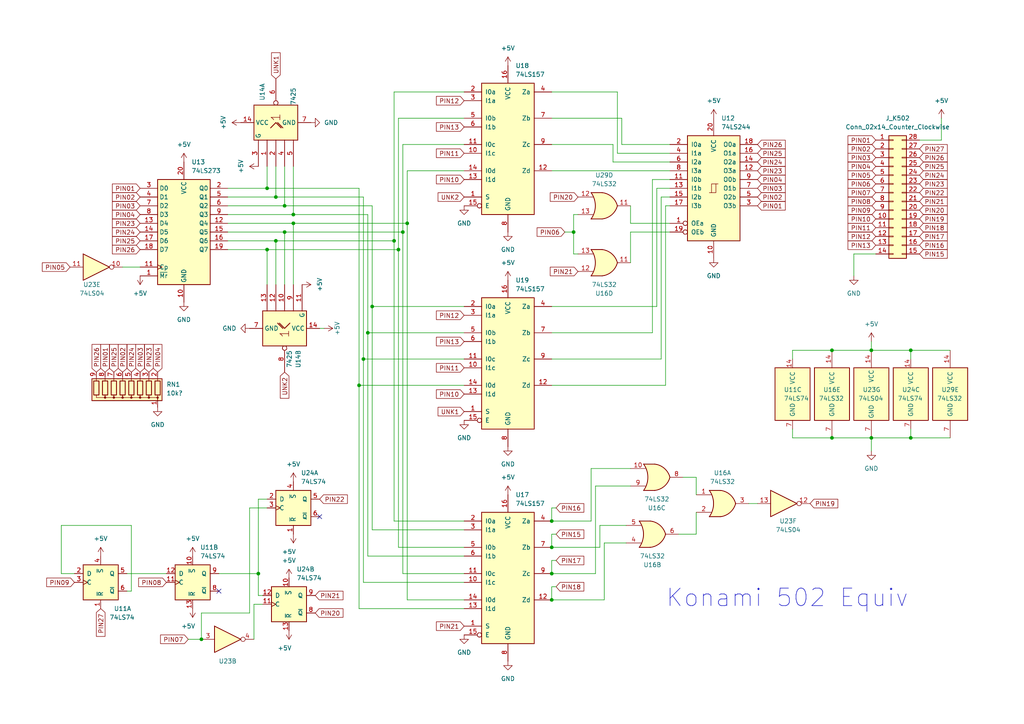
<source format=kicad_sch>
(kicad_sch (version 20230121) (generator eeschema)
  (paper "A4")
  (lib_symbols
    (symbol "74xx:74LS04"
      (property "Reference" "U" (at 0 1.27 0))
      (property "Value" "74LS04" (at 0 -1.27 0))
      (symbol "74LS04_1_0"
        (pin input line (at -7.62 0 0) (length 3.81) (name "~") (number "1"))
        (pin output inverted (at 7.62 0 180) (length 3.81) (name "~") (number "2"))
      )
      (symbol "74LS04_2_0"
        (pin input line (at -7.62 0 0) (length 3.81) (name "~") (number "3"))
        (pin output inverted (at 7.62 0 180) (length 3.81) (name "~") (number "4"))
      )
      (symbol "74LS04_3_0"
        (pin input line (at -7.62 0 0) (length 3.81) (name "~") (number "5"))
        (pin output inverted (at 7.62 0 180) (length 3.81) (name "~") (number "6"))
      )
      (symbol "74LS04_4_0"
        (pin output inverted (at 7.62 0 180) (length 3.81) (name "~") (number "8"))
        (pin input line (at -7.62 0 0) (length 3.81) (name "~") (number "9"))
      )
      (symbol "74LS04_5_0"
        (pin output inverted (at 7.62 0 180) (length 3.81) (name "~") (number "10"))
        (pin input line (at -7.62 0 0) (length 3.81) (name "~") (number "11"))
      )
      (symbol "74LS04_6_0"
        (pin output inverted (at 7.62 0 180) (length 3.81) (name "~") (number "12"))
        (pin input line (at -7.62 0 0) (length 3.81) (name "~") (number "13"))
      )
      (symbol "74LS04_7_0"
        (pin power_in line (at 0 12.7 270) (length 5.08) (name "VCC") (number "14"))
        (pin power_in line (at 0 -12.7 90) (length 5.08) (name "GND") (number "7"))
      )
    )
    (symbol "74xx:74LS157" (pin_names (offset 1.016))
      (property "Reference" "U" (at -7.62 19.05 0))
      (property "Value" "74LS157" (at -7.62 -21.59 0))
      (symbol "74LS157_1_0"
        (pin input line (at -12.7 -15.24 0) (length 5.08) (name "S") (number "1"))
        (pin input line (at -12.7 -2.54 0) (length 5.08) (name "I1c") (number "10"))
        (pin input line (at -12.7 0 0) (length 5.08) (name "I0c") (number "11"))
        (pin output line (at 12.7 -7.62 180) (length 5.08) (name "Zd") (number "12"))
        (pin input line (at -12.7 -10.16 0) (length 5.08) (name "I1d") (number "13"))
        (pin input line (at -12.7 -7.62 0) (length 5.08) (name "I0d") (number "14"))
        (pin input inverted (at -12.7 -17.78 0) (length 5.08) (name "E") (number "15"))
        (pin power_in line (at 0 22.86 270) (length 5.08) (name "VCC") (number "16"))
        (pin input line (at -12.7 15.24 0) (length 5.08) (name "I0a") (number "2"))
        (pin input line (at -12.7 12.7 0) (length 5.08) (name "I1a") (number "3"))
        (pin output line (at 12.7 15.24 180) (length 5.08) (name "Za") (number "4"))
        (pin input line (at -12.7 7.62 0) (length 5.08) (name "I0b") (number "5"))
        (pin input line (at -12.7 5.08 0) (length 5.08) (name "I1b") (number "6"))
        (pin output line (at 12.7 7.62 180) (length 5.08) (name "Zb") (number "7"))
        (pin power_in line (at 0 -25.4 90) (length 5.08) (name "GND") (number "8"))
        (pin output line (at 12.7 0 180) (length 5.08) (name "Zc") (number "9"))
      )
    )
    (symbol "74xx:74LS244" (pin_names (offset 1.016))
      (property "Reference" "U" (at -7.62 16.51 0))
      (property "Value" "74LS244" (at -7.62 -16.51 0))
      (symbol "74LS244_1_0"
        (pin input inverted (at -12.7 -10.16 0) (length 5.08) (name "OEa") (number "1"))
        (pin power_in line (at 0 -20.32 90) (length 5.08) (name "GND") (number "10"))
        (pin input line (at -12.7 2.54 0) (length 5.08) (name "I0b") (number "11"))
        (pin tri_state line (at 12.7 5.08 180) (length 5.08) (name "O3a") (number "12"))
        (pin input line (at -12.7 0 0) (length 5.08) (name "I1b") (number "13"))
        (pin tri_state line (at 12.7 7.62 180) (length 5.08) (name "O2a") (number "14"))
        (pin input line (at -12.7 -2.54 0) (length 5.08) (name "I2b") (number "15"))
        (pin tri_state line (at 12.7 10.16 180) (length 5.08) (name "O1a") (number "16"))
        (pin input line (at -12.7 -5.08 0) (length 5.08) (name "I3b") (number "17"))
        (pin tri_state line (at 12.7 12.7 180) (length 5.08) (name "O0a") (number "18"))
        (pin input inverted (at -12.7 -12.7 0) (length 5.08) (name "OEb") (number "19"))
        (pin input line (at -12.7 12.7 0) (length 5.08) (name "I0a") (number "2"))
        (pin power_in line (at 0 20.32 270) (length 5.08) (name "VCC") (number "20"))
        (pin tri_state line (at 12.7 -5.08 180) (length 5.08) (name "O3b") (number "3"))
        (pin input line (at -12.7 10.16 0) (length 5.08) (name "I1a") (number "4"))
        (pin tri_state line (at 12.7 -2.54 180) (length 5.08) (name "O2b") (number "5"))
        (pin input line (at -12.7 7.62 0) (length 5.08) (name "I2a") (number "6"))
        (pin tri_state line (at 12.7 0 180) (length 5.08) (name "O1b") (number "7"))
        (pin input line (at -12.7 5.08 0) (length 5.08) (name "I3a") (number "8"))
        (pin tri_state line (at 12.7 2.54 180) (length 5.08) (name "O0b") (number "9"))
      )
    )
    (symbol "74xx:74LS273"
      (property "Reference" "U" (at -7.62 16.51 0))
      (property "Value" "74LS273" (at -7.62 -16.51 0))
      (symbol "74LS273_1_0"
        (pin input line (at -12.7 -12.7 0) (length 5.08) (name "~{Mr}") (number "1"))
        (pin power_in line (at 0 -20.32 90) (length 5.08) (name "GND") (number "10"))
        (pin input clock (at -12.7 -10.16 0) (length 5.08) (name "Cp") (number "11"))
        (pin output line (at 12.7 2.54 180) (length 5.08) (name "Q4") (number "12"))
        (pin input line (at -12.7 2.54 0) (length 5.08) (name "D4") (number "13"))
        (pin input line (at -12.7 0 0) (length 5.08) (name "D5") (number "14"))
        (pin output line (at 12.7 0 180) (length 5.08) (name "Q5") (number "15"))
        (pin output line (at 12.7 -2.54 180) (length 5.08) (name "Q6") (number "16"))
        (pin input line (at -12.7 -2.54 0) (length 5.08) (name "D6") (number "17"))
        (pin input line (at -12.7 -5.08 0) (length 5.08) (name "D7") (number "18"))
        (pin output line (at 12.7 -5.08 180) (length 5.08) (name "Q7") (number "19"))
        (pin output line (at 12.7 12.7 180) (length 5.08) (name "Q0") (number "2"))
        (pin power_in line (at 0 20.32 270) (length 5.08) (name "VCC") (number "20"))
        (pin input line (at -12.7 12.7 0) (length 5.08) (name "D0") (number "3"))
        (pin input line (at -12.7 10.16 0) (length 5.08) (name "D1") (number "4"))
        (pin output line (at 12.7 10.16 180) (length 5.08) (name "Q1") (number "5"))
        (pin output line (at 12.7 7.62 180) (length 5.08) (name "Q2") (number "6"))
        (pin input line (at -12.7 7.62 0) (length 5.08) (name "D2") (number "7"))
        (pin input line (at -12.7 5.08 0) (length 5.08) (name "D3") (number "8"))
        (pin output line (at 12.7 5.08 180) (length 5.08) (name "Q3") (number "9"))
      )
    )
    (symbol "74xx:74LS32" (pin_names (offset 1.016))
      (property "Reference" "U" (at 0 1.27 0))
      (property "Value" "74LS32" (at 0 -1.27 0))
      (symbol "74LS32_1_1"
        (pin input line (at -7.62 2.54 0) (length 4.318) (name "~") (number "1"))
        (pin input line (at -7.62 -2.54 0) (length 4.318) (name "~") (number "2"))
        (pin output line (at 7.62 0 180) (length 3.81) (name "~") (number "3"))
      )
      (symbol "74LS32_1_2"
        (pin input inverted (at -7.62 2.54 0) (length 3.81) (name "~") (number "1"))
        (pin input inverted (at -7.62 -2.54 0) (length 3.81) (name "~") (number "2"))
        (pin output inverted (at 7.62 0 180) (length 3.81) (name "~") (number "3"))
      )
      (symbol "74LS32_2_1"
        (pin input line (at -7.62 2.54 0) (length 4.318) (name "~") (number "4"))
        (pin input line (at -7.62 -2.54 0) (length 4.318) (name "~") (number "5"))
        (pin output line (at 7.62 0 180) (length 3.81) (name "~") (number "6"))
      )
      (symbol "74LS32_2_2"
        (pin input inverted (at -7.62 2.54 0) (length 3.81) (name "~") (number "4"))
        (pin input inverted (at -7.62 -2.54 0) (length 3.81) (name "~") (number "5"))
        (pin output inverted (at 7.62 0 180) (length 3.81) (name "~") (number "6"))
      )
      (symbol "74LS32_3_1"
        (pin input line (at -7.62 -2.54 0) (length 4.318) (name "~") (number "10"))
        (pin output line (at 7.62 0 180) (length 3.81) (name "~") (number "8"))
        (pin input line (at -7.62 2.54 0) (length 4.318) (name "~") (number "9"))
      )
      (symbol "74LS32_3_2"
        (pin input inverted (at -7.62 -2.54 0) (length 3.81) (name "~") (number "10"))
        (pin output inverted (at 7.62 0 180) (length 3.81) (name "~") (number "8"))
        (pin input inverted (at -7.62 2.54 0) (length 3.81) (name "~") (number "9"))
      )
      (symbol "74LS32_4_1"
        (pin output line (at 7.62 0 180) (length 3.81) (name "~") (number "11"))
        (pin input line (at -7.62 2.54 0) (length 4.318) (name "~") (number "12"))
        (pin input line (at -7.62 -2.54 0) (length 4.318) (name "~") (number "13"))
      )
      (symbol "74LS32_4_2"
        (pin output inverted (at 7.62 0 180) (length 3.81) (name "~") (number "11"))
        (pin input inverted (at -7.62 2.54 0) (length 3.81) (name "~") (number "12"))
        (pin input inverted (at -7.62 -2.54 0) (length 3.81) (name "~") (number "13"))
      )
      (symbol "74LS32_5_0"
        (pin power_in line (at 0 12.7 270) (length 5.08) (name "VCC") (number "14"))
        (pin power_in line (at 0 -12.7 90) (length 5.08) (name "GND") (number "7"))
      )
    )
    (symbol "74xx:74LS74" (pin_names (offset 1.016))
      (property "Reference" "U" (at -7.62 8.89 0))
      (property "Value" "74LS74" (at -7.62 -8.89 0))
      (symbol "74LS74_1_0"
        (pin input line (at 0 -7.62 90) (length 2.54) (name "~{R}") (number "1"))
        (pin input line (at -7.62 2.54 0) (length 2.54) (name "D") (number "2"))
        (pin input clock (at -7.62 0 0) (length 2.54) (name "C") (number "3"))
        (pin input line (at 0 7.62 270) (length 2.54) (name "~{S}") (number "4"))
        (pin output line (at 7.62 2.54 180) (length 2.54) (name "Q") (number "5"))
        (pin output line (at 7.62 -2.54 180) (length 2.54) (name "~{Q}") (number "6"))
      )
      (symbol "74LS74_2_0"
        (pin input line (at 0 7.62 270) (length 2.54) (name "~{S}") (number "10"))
        (pin input clock (at -7.62 0 0) (length 2.54) (name "C") (number "11"))
        (pin input line (at -7.62 2.54 0) (length 2.54) (name "D") (number "12"))
        (pin input line (at 0 -7.62 90) (length 2.54) (name "~{R}") (number "13"))
        (pin output line (at 7.62 -2.54 180) (length 2.54) (name "~{Q}") (number "8"))
        (pin output line (at 7.62 2.54 180) (length 2.54) (name "Q") (number "9"))
      )
      (symbol "74LS74_3_0"
        (pin power_in line (at 0 10.16 270) (length 2.54) (name "VCC") (number "14"))
        (pin power_in line (at 0 -10.16 90) (length 2.54) (name "GND") (number "7"))
      )
    )
    (symbol "74xx_IEEE:7425"
      (property "Reference" "U" (at 6.35 10.16 0))
      (property "Value" "7425" (at 5.08 -8.89 0))
      (symbol "7425_0_0"
        (text "1" (at 1.524 0 0) (effects (font (size 2.54 2.54))))
      )
      (symbol "7425_0_1"
        (pin power_in line (at 0 10.16 270) (length 3.81) (name "VCC") (number "14"))
        (pin power_in line (at 0 -10.16 90) (length 3.81) (name "GND") (number "7"))
      )
      (symbol "7425_1_1"
        (pin input line (at -12.7 2.54 0) (length 7.62) (name "~") (number "1"))
        (pin input line (at -12.7 0 0) (length 7.62) (name "~") (number "2"))
        (pin input line (at -12.7 5.08 0) (length 7.62) (name "G") (number "3"))
        (pin input line (at -12.7 -2.54 0) (length 7.62) (name "~") (number "4"))
        (pin input line (at -12.7 -5.08 0) (length 7.62) (name "~") (number "5"))
        (pin output inverted (at 12.7 0 180) (length 7.62) (name "~") (number "6"))
      )
      (symbol "7425_2_1"
        (pin input line (at -12.7 0 0) (length 7.62) (name "~") (number "10"))
        (pin input line (at -12.7 5.08 0) (length 7.62) (name "G") (number "11"))
        (pin input line (at -12.7 -2.54 0) (length 7.62) (name "~") (number "12"))
        (pin input line (at -12.7 -5.08 0) (length 7.62) (name "~") (number "13"))
        (pin output inverted (at 12.7 0 180) (length 7.62) (name "~") (number "8"))
        (pin input line (at -12.7 2.54 0) (length 7.62) (name "~") (number "9"))
      )
    )
    (symbol "Connector_Generic:Conn_02x14_Counter_Clockwise" (pin_names (offset 1.016) hide)
      (property "Reference" "J" (at 1.27 17.78 0))
      (property "Value" "Conn_02x14_Counter_Clockwise" (at 1.27 -20.32 0))
      (symbol "Conn_02x14_Counter_Clockwise_1_1"
        (pin passive line (at -5.08 15.24 0) (length 3.81) (name "Pin_1") (number "1"))
        (pin passive line (at -5.08 -7.62 0) (length 3.81) (name "Pin_10") (number "10"))
        (pin passive line (at -5.08 -10.16 0) (length 3.81) (name "Pin_11") (number "11"))
        (pin passive line (at -5.08 -12.7 0) (length 3.81) (name "Pin_12") (number "12"))
        (pin passive line (at -5.08 -15.24 0) (length 3.81) (name "Pin_13") (number "13"))
        (pin passive line (at -5.08 -17.78 0) (length 3.81) (name "Pin_14") (number "14"))
        (pin passive line (at 7.62 -17.78 180) (length 3.81) (name "Pin_15") (number "15"))
        (pin passive line (at 7.62 -15.24 180) (length 3.81) (name "Pin_16") (number "16"))
        (pin passive line (at 7.62 -12.7 180) (length 3.81) (name "Pin_17") (number "17"))
        (pin passive line (at 7.62 -10.16 180) (length 3.81) (name "Pin_18") (number "18"))
        (pin passive line (at 7.62 -7.62 180) (length 3.81) (name "Pin_19") (number "19"))
        (pin passive line (at -5.08 12.7 0) (length 3.81) (name "Pin_2") (number "2"))
        (pin passive line (at 7.62 -5.08 180) (length 3.81) (name "Pin_20") (number "20"))
        (pin passive line (at 7.62 -2.54 180) (length 3.81) (name "Pin_21") (number "21"))
        (pin passive line (at 7.62 0 180) (length 3.81) (name "Pin_22") (number "22"))
        (pin passive line (at 7.62 2.54 180) (length 3.81) (name "Pin_23") (number "23"))
        (pin passive line (at 7.62 5.08 180) (length 3.81) (name "Pin_24") (number "24"))
        (pin passive line (at 7.62 7.62 180) (length 3.81) (name "Pin_25") (number "25"))
        (pin passive line (at 7.62 10.16 180) (length 3.81) (name "Pin_26") (number "26"))
        (pin passive line (at 7.62 12.7 180) (length 3.81) (name "Pin_27") (number "27"))
        (pin passive line (at 7.62 15.24 180) (length 3.81) (name "Pin_28") (number "28"))
        (pin passive line (at -5.08 10.16 0) (length 3.81) (name "Pin_3") (number "3"))
        (pin passive line (at -5.08 7.62 0) (length 3.81) (name "Pin_4") (number "4"))
        (pin passive line (at -5.08 5.08 0) (length 3.81) (name "Pin_5") (number "5"))
        (pin passive line (at -5.08 2.54 0) (length 3.81) (name "Pin_6") (number "6"))
        (pin passive line (at -5.08 0 0) (length 3.81) (name "Pin_7") (number "7"))
        (pin passive line (at -5.08 -2.54 0) (length 3.81) (name "Pin_8") (number "8"))
        (pin passive line (at -5.08 -5.08 0) (length 3.81) (name "Pin_9") (number "9"))
      )
    )
    (symbol "Device:R_Network08" (pin_names (offset 0) hide)
      (property "Reference" "RN" (at -12.7 0 90))
      (property "Value" "R_Network08" (at 10.16 0 90))
      (symbol "R_Network08_1_1"
        (pin passive line (at -10.16 5.08 270) (length 2.54) (name "common") (number "1"))
        (pin passive line (at -10.16 -5.08 90) (length 1.27) (name "R1") (number "2"))
        (pin passive line (at -7.62 -5.08 90) (length 1.27) (name "R2") (number "3"))
        (pin passive line (at -5.08 -5.08 90) (length 1.27) (name "R3") (number "4"))
        (pin passive line (at -2.54 -5.08 90) (length 1.27) (name "R4") (number "5"))
        (pin passive line (at 0 -5.08 90) (length 1.27) (name "R5") (number "6"))
        (pin passive line (at 2.54 -5.08 90) (length 1.27) (name "R6") (number "7"))
        (pin passive line (at 5.08 -5.08 90) (length 1.27) (name "R7") (number "8"))
        (pin passive line (at 7.62 -5.08 90) (length 1.27) (name "R8") (number "9"))
      )
    )
    (symbol "power:+5V" (power) (pin_names (offset 0))
      (property "Value" "+5V" (at 0 3.556 0))
      (symbol "+5V_1_1"
        (pin power_in line (at 0 0 90) (length 0) hide (name "+5V") (number "1"))
      )
    )
    (symbol "power:GND" (power) (pin_names (offset 0))
      (property "Value" "GND" (at 0 -3.81 0))
      (symbol "GND_1_1"
        (pin power_in line (at 0 0 270) (length 0) hide (name "GND") (number "1"))
      )
    )
  )
  (junction (at 74.93 166.37))
  (junction (at 80.01 57.15))
  (junction (at 77.47 72.39))
  (junction (at 58.42 185.42))
  (junction (at 77.47 54.61))
  (junction (at 106.68 96.52))
  (junction (at 264.16 101.6))
  (junction (at 118.11 64.77))
  (junction (at 160.02 166.37))
  (junction (at 241.3 127))
  (junction (at 82.55 67.31))
  (junction (at 160.02 151.13))
  (junction (at 252.73 101.6))
  (junction (at 85.09 62.23))
  (junction (at 105.41 104.14))
  (junction (at 82.55 59.69))
  (junction (at 104.14 111.76))
  (junction (at 85.09 64.77))
  (junction (at 252.73 127))
  (junction (at 114.3 69.85))
  (junction (at 241.3 101.6))
  (junction (at 160.02 158.75))
  (junction (at 160.02 173.99))
  (junction (at 166.37 67.31))
  (junction (at 264.16 127))
  (junction (at 116.84 67.31))
  (junction (at 115.57 72.39))
  (junction (at 107.95 88.9))
  (junction (at 80.01 69.85))
  (no_connect (at 63.5 171.45))
  (no_connect (at 92.71 149.86))
  (wire (pts (xy 36.83 166.37) (xy 48.26 166.37)))
  (wire (pts (xy 182.88 67.31) (xy 194.31 67.31)))
  (wire (pts (xy 166.37 67.31) (xy 166.37 62.23)))
  (wire (pts (xy 179.07 44.45) (xy 179.07 26.67)))
  (wire (pts (xy 201.93 148.59) (xy 201.93 154.94)))
  (wire (pts (xy 77.47 54.61) (xy 66.04 54.61)))
  (wire (pts (xy 161.29 147.32) (xy 160.02 147.32)))
  (wire (pts (xy 196.85 154.94) (xy 201.93 154.94)))
  (wire (pts (xy 17.78 152.4) (xy 17.78 166.37)))
  (wire (pts (xy 116.84 67.31) (xy 116.84 41.91)))
  (wire (pts (xy 264.16 127) (xy 275.59 127)))
  (wire (pts (xy 66.04 67.31) (xy 82.55 67.31)))
  (wire (pts (xy 172.72 166.37) (xy 172.72 140.97)))
  (wire (pts (xy 85.09 62.23) (xy 106.68 62.23)))
  (wire (pts (xy 72.39 177.8) (xy 72.39 147.32)))
  (wire (pts (xy 171.45 151.13) (xy 160.02 151.13)))
  (wire (pts (xy 161.29 162.56) (xy 160.02 162.56)))
  (wire (pts (xy 241.3 101.6) (xy 252.73 101.6)))
  (wire (pts (xy 229.87 101.6) (xy 229.87 104.14)))
  (wire (pts (xy 160.02 162.56) (xy 160.02 166.37)))
  (wire (pts (xy 241.3 127) (xy 252.73 127)))
  (wire (pts (xy 252.73 127) (xy 264.16 127)))
  (wire (pts (xy 85.09 64.77) (xy 118.11 64.77)))
  (wire (pts (xy 118.11 64.77) (xy 118.11 49.53)))
  (wire (pts (xy 189.23 96.52) (xy 189.23 52.07)))
  (wire (pts (xy 252.73 130.81) (xy 252.73 127)))
  (wire (pts (xy 264.16 124.46) (xy 264.16 127)))
  (wire (pts (xy 85.09 62.23) (xy 66.04 62.23)))
  (wire (pts (xy 66.04 72.39) (xy 77.47 72.39)))
  (wire (pts (xy 115.57 72.39) (xy 115.57 34.29)))
  (wire (pts (xy 114.3 69.85) (xy 114.3 26.67)))
  (wire (pts (xy 58.42 185.42) (xy 58.42 177.8)))
  (wire (pts (xy 241.3 101.6) (xy 229.87 101.6)))
  (wire (pts (xy 82.55 59.69) (xy 82.55 48.26)))
  (wire (pts (xy 38.1 152.4) (xy 17.78 152.4)))
  (wire (pts (xy 160.02 147.32) (xy 160.02 151.13)))
  (wire (pts (xy 115.57 158.75) (xy 134.62 158.75)))
  (wire (pts (xy 177.8 46.99) (xy 194.31 46.99)))
  (wire (pts (xy 85.09 82.55) (xy 85.09 64.77)))
  (wire (pts (xy 17.78 166.37) (xy 21.59 166.37)))
  (wire (pts (xy 72.39 147.32) (xy 77.47 147.32)))
  (wire (pts (xy 114.3 26.67) (xy 134.62 26.67)))
  (wire (pts (xy 264.16 101.6) (xy 275.59 101.6)))
  (wire (pts (xy 35.56 77.47) (xy 40.64 77.47)))
  (wire (pts (xy 104.14 54.61) (xy 104.14 111.76)))
  (wire (pts (xy 175.26 173.99) (xy 160.02 173.99)))
  (wire (pts (xy 160.02 34.29) (xy 180.34 34.29)))
  (wire (pts (xy 80.01 69.85) (xy 114.3 69.85)))
  (wire (pts (xy 54.61 185.42) (xy 58.42 185.42)))
  (wire (pts (xy 85.09 48.26) (xy 85.09 62.23)))
  (wire (pts (xy 160.02 111.76) (xy 193.04 111.76)))
  (wire (pts (xy 115.57 72.39) (xy 115.57 158.75)))
  (wire (pts (xy 116.84 41.91) (xy 134.62 41.91)))
  (wire (pts (xy 180.34 41.91) (xy 194.31 41.91)))
  (wire (pts (xy 63.5 166.37) (xy 74.93 166.37)))
  (wire (pts (xy 116.84 166.37) (xy 116.84 67.31)))
  (wire (pts (xy 134.62 161.29) (xy 106.68 161.29)))
  (wire (pts (xy 38.1 171.45) (xy 38.1 152.4)))
  (wire (pts (xy 74.93 144.78) (xy 74.93 166.37)))
  (wire (pts (xy 36.83 171.45) (xy 38.1 171.45)))
  (wire (pts (xy 118.11 64.77) (xy 118.11 173.99)))
  (wire (pts (xy 116.84 166.37) (xy 134.62 166.37)))
  (wire (pts (xy 166.37 62.23) (xy 167.64 62.23)))
  (wire (pts (xy 107.95 153.67) (xy 134.62 153.67)))
  (wire (pts (xy 254 73.66) (xy 247.65 73.66)))
  (wire (pts (xy 80.01 69.85) (xy 80.01 82.55)))
  (wire (pts (xy 171.45 135.89) (xy 182.88 135.89)))
  (wire (pts (xy 104.14 176.53) (xy 134.62 176.53)))
  (wire (pts (xy 161.29 154.94) (xy 160.02 154.94)))
  (wire (pts (xy 77.47 72.39) (xy 115.57 72.39)))
  (wire (pts (xy 193.04 59.69) (xy 194.31 59.69)))
  (wire (pts (xy 114.3 151.13) (xy 134.62 151.13)))
  (wire (pts (xy 229.87 124.46) (xy 229.87 127)))
  (wire (pts (xy 74.93 172.72) (xy 76.2 172.72)))
  (wire (pts (xy 189.23 52.07) (xy 194.31 52.07)))
  (wire (pts (xy 229.87 127) (xy 241.3 127)))
  (wire (pts (xy 160.02 170.18) (xy 161.29 170.18)))
  (wire (pts (xy 172.72 140.97) (xy 182.88 140.97)))
  (wire (pts (xy 193.04 111.76) (xy 193.04 59.69)))
  (wire (pts (xy 166.37 73.66) (xy 166.37 67.31)))
  (wire (pts (xy 104.14 111.76) (xy 104.14 176.53)))
  (wire (pts (xy 105.41 168.91) (xy 134.62 168.91)))
  (wire (pts (xy 173.99 158.75) (xy 173.99 152.4)))
  (wire (pts (xy 66.04 69.85) (xy 80.01 69.85)))
  (wire (pts (xy 160.02 173.99) (xy 160.02 170.18)))
  (wire (pts (xy 194.31 44.45) (xy 179.07 44.45)))
  (wire (pts (xy 73.66 175.26) (xy 73.66 185.42)))
  (wire (pts (xy 252.73 101.6) (xy 264.16 101.6)))
  (wire (pts (xy 172.72 166.37) (xy 160.02 166.37)))
  (wire (pts (xy 182.88 59.69) (xy 182.88 64.77)))
  (wire (pts (xy 77.47 54.61) (xy 104.14 54.61)))
  (wire (pts (xy 66.04 64.77) (xy 85.09 64.77)))
  (wire (pts (xy 175.26 157.48) (xy 175.26 173.99)))
  (wire (pts (xy 273.05 40.64) (xy 273.05 34.29)))
  (wire (pts (xy 114.3 69.85) (xy 114.3 151.13)))
  (wire (pts (xy 80.01 57.15) (xy 105.41 57.15)))
  (wire (pts (xy 252.73 99.06) (xy 252.73 101.6)))
  (wire (pts (xy 160.02 104.14) (xy 191.77 104.14)))
  (wire (pts (xy 76.2 175.26) (xy 73.66 175.26)))
  (wire (pts (xy 77.47 72.39) (xy 77.47 82.55)))
  (wire (pts (xy 160.02 154.94) (xy 160.02 158.75)))
  (wire (pts (xy 107.95 88.9) (xy 107.95 153.67)))
  (wire (pts (xy 82.55 67.31) (xy 116.84 67.31)))
  (wire (pts (xy 106.68 96.52) (xy 134.62 96.52)))
  (wire (pts (xy 175.26 157.48) (xy 181.61 157.48)))
  (wire (pts (xy 107.95 59.69) (xy 107.95 88.9)))
  (wire (pts (xy 107.95 88.9) (xy 134.62 88.9)))
  (wire (pts (xy 105.41 57.15) (xy 105.41 104.14)))
  (wire (pts (xy 106.68 161.29) (xy 106.68 96.52)))
  (wire (pts (xy 160.02 41.91) (xy 177.8 41.91)))
  (wire (pts (xy 105.41 104.14) (xy 134.62 104.14)))
  (wire (pts (xy 191.77 104.14) (xy 191.77 57.15)))
  (wire (pts (xy 201.93 138.43) (xy 201.93 143.51)))
  (wire (pts (xy 198.12 138.43) (xy 201.93 138.43)))
  (wire (pts (xy 266.7 40.64) (xy 273.05 40.64)))
  (wire (pts (xy 191.77 57.15) (xy 194.31 57.15)))
  (wire (pts (xy 118.11 173.99) (xy 134.62 173.99)))
  (wire (pts (xy 58.42 177.8) (xy 72.39 177.8)))
  (wire (pts (xy 77.47 48.26) (xy 77.47 54.61)))
  (wire (pts (xy 92.71 95.25) (xy 93.98 95.25)))
  (wire (pts (xy 182.88 67.31) (xy 182.88 76.2)))
  (wire (pts (xy 179.07 26.67) (xy 160.02 26.67)))
  (wire (pts (xy 74.93 172.72) (xy 74.93 166.37)))
  (wire (pts (xy 167.64 73.66) (xy 166.37 73.66)))
  (wire (pts (xy 66.04 59.69) (xy 82.55 59.69)))
  (wire (pts (xy 80.01 57.15) (xy 80.01 48.26)))
  (wire (pts (xy 77.47 144.78) (xy 74.93 144.78)))
  (wire (pts (xy 160.02 88.9) (xy 190.5 88.9)))
  (wire (pts (xy 82.55 59.69) (xy 107.95 59.69)))
  (wire (pts (xy 104.14 111.76) (xy 134.62 111.76)))
  (wire (pts (xy 106.68 62.23) (xy 106.68 96.52)))
  (wire (pts (xy 118.11 49.53) (xy 134.62 49.53)))
  (wire (pts (xy 190.5 54.61) (xy 194.31 54.61)))
  (wire (pts (xy 182.88 64.77) (xy 194.31 64.77)))
  (wire (pts (xy 190.5 88.9) (xy 190.5 54.61)))
  (wire (pts (xy 82.55 67.31) (xy 82.55 82.55)))
  (wire (pts (xy 180.34 34.29) (xy 180.34 41.91)))
  (wire (pts (xy 171.45 135.89) (xy 171.45 151.13)))
  (wire (pts (xy 160.02 96.52) (xy 189.23 96.52)))
  (wire (pts (xy 115.57 34.29) (xy 134.62 34.29)))
  (wire (pts (xy 264.16 101.6) (xy 264.16 104.14)))
  (wire (pts (xy 217.17 146.05) (xy 219.71 146.05)))
  (wire (pts (xy 105.41 104.14) (xy 105.41 168.91)))
  (wire (pts (xy 160.02 49.53) (xy 194.31 49.53)))
  (wire (pts (xy 173.99 152.4) (xy 181.61 152.4)))
  (wire (pts (xy 66.04 57.15) (xy 80.01 57.15)))
  (wire (pts (xy 163.83 67.31) (xy 166.37 67.31)))
  (wire (pts (xy 173.99 158.75) (xy 160.02 158.75)))
  (wire (pts (xy 177.8 41.91) (xy 177.8 46.99)))
  (wire (pts (xy 247.65 73.66) (xy 247.65 80.01)))
  (text "Konami 502 Equiv" (at 193.04 176.53 0) (effects (font (size 5.08 5.08)) (justify left bottom)))
  (global_label "PIN19" (shape input) (at 234.95 146.05 0) (property "Intersheetrefs" "${INTERSHEET_REFS}" (effects hide)))
  (global_label "PIN23" (shape input) (at 43.18 107.95 90) (property "Intersheetrefs" "${INTERSHEET_REFS}" (effects hide)))
  (global_label "PIN10" (shape input) (at 134.62 52.07 180) (property "Intersheetrefs" "${INTERSHEET_REFS}" (effects hide)))
  (global_label "PIN20" (shape input) (at 266.7 60.96 0) (property "Intersheetrefs" "${INTERSHEET_REFS}" (effects hide)))
  (global_label "PIN02" (shape input) (at 254 43.18 180) (property "Intersheetrefs" "${INTERSHEET_REFS}" (effects hide)))
  (global_label "PIN27" (shape input) (at 29.21 176.53 270) (property "Intersheetrefs" "${INTERSHEET_REFS}" (effects hide)))
  (global_label "PIN04" (shape input) (at 45.72 107.95 90) (property "Intersheetrefs" "${INTERSHEET_REFS}" (effects hide)))
  (global_label "PIN26" (shape input) (at 219.71 41.91 0) (property "Intersheetrefs" "${INTERSHEET_REFS}" (effects hide)))
  (global_label "PIN15" (shape input) (at 266.7 73.66 0) (property "Intersheetrefs" "${INTERSHEET_REFS}" (effects hide)))
  (global_label "PIN13" (shape input) (at 134.62 99.06 180) (property "Intersheetrefs" "${INTERSHEET_REFS}" (effects hide)))
  (global_label "PIN24" (shape input) (at 38.1 107.95 90) (property "Intersheetrefs" "${INTERSHEET_REFS}" (effects hide)))
  (global_label "PIN03" (shape input) (at 219.71 54.61 0) (property "Intersheetrefs" "${INTERSHEET_REFS}" (effects hide)))
  (global_label "PIN21" (shape input) (at 167.64 78.74 180) (property "Intersheetrefs" "${INTERSHEET_REFS}" (effects hide)))
  (global_label "PIN06" (shape input) (at 254 53.34 180) (property "Intersheetrefs" "${INTERSHEET_REFS}" (effects hide)))
  (global_label "UNK2" (shape input) (at 82.55 107.95 270) (property "Intersheetrefs" "${INTERSHEET_REFS}" (effects hide)))
  (global_label "PIN24" (shape input) (at 40.64 67.31 180) (property "Intersheetrefs" "${INTERSHEET_REFS}" (effects hide)))
  (global_label "PIN21" (shape input) (at 134.62 181.61 180) (property "Intersheetrefs" "${INTERSHEET_REFS}" (effects hide)))
  (global_label "PIN11" (shape input) (at 134.62 44.45 180) (property "Intersheetrefs" "${INTERSHEET_REFS}" (effects hide)))
  (global_label "PIN01" (shape input) (at 219.71 59.69 0) (property "Intersheetrefs" "${INTERSHEET_REFS}" (effects hide)))
  (global_label "PIN25" (shape input) (at 219.71 44.45 0) (property "Intersheetrefs" "${INTERSHEET_REFS}" (effects hide)))
  (global_label "PIN08" (shape input) (at 254 58.42 180) (property "Intersheetrefs" "${INTERSHEET_REFS}" (effects hide)))
  (global_label "PIN09" (shape input) (at 21.59 168.91 180) (property "Intersheetrefs" "${INTERSHEET_REFS}" (effects hide)))
  (global_label "PIN26" (shape input) (at 266.7 45.72 0) (property "Intersheetrefs" "${INTERSHEET_REFS}" (effects hide)))
  (global_label "PIN01" (shape input) (at 30.48 107.95 90) (property "Intersheetrefs" "${INTERSHEET_REFS}" (effects hide)))
  (global_label "PIN26" (shape input) (at 27.94 107.95 90) (property "Intersheetrefs" "${INTERSHEET_REFS}" (effects hide)))
  (global_label "PIN23" (shape input) (at 40.64 64.77 180) (property "Intersheetrefs" "${INTERSHEET_REFS}" (effects hide)))
  (global_label "PIN26" (shape input) (at 40.64 72.39 180) (property "Intersheetrefs" "${INTERSHEET_REFS}" (effects hide)))
  (global_label "PIN09" (shape input) (at 254 60.96 180) (property "Intersheetrefs" "${INTERSHEET_REFS}" (effects hide)))
  (global_label "PIN12" (shape input) (at 254 68.58 180) (property "Intersheetrefs" "${INTERSHEET_REFS}" (effects hide)))
  (global_label "UNK1" (shape input) (at 134.62 119.38 180) (property "Intersheetrefs" "${INTERSHEET_REFS}" (effects hide)))
  (global_label "PIN21" (shape input) (at 266.7 58.42 0) (property "Intersheetrefs" "${INTERSHEET_REFS}" (effects hide)))
  (global_label "PIN03" (shape input) (at 40.64 107.95 90) (property "Intersheetrefs" "${INTERSHEET_REFS}" (effects hide)))
  (global_label "PIN07" (shape input) (at 254 55.88 180) (property "Intersheetrefs" "${INTERSHEET_REFS}" (effects hide)))
  (global_label "PIN13" (shape input) (at 254 71.12 180) (property "Intersheetrefs" "${INTERSHEET_REFS}" (effects hide)))
  (global_label "UNK1" (shape input) (at 80.01 22.86 90) (property "Intersheetrefs" "${INTERSHEET_REFS}" (effects hide)))
  (global_label "UNK2" (shape input) (at 134.62 57.15 180) (property "Intersheetrefs" "${INTERSHEET_REFS}" (effects hide)))
  (global_label "PIN20" (shape input) (at 91.44 177.8 0) (property "Intersheetrefs" "${INTERSHEET_REFS}" (effects hide)))
  (global_label "PIN27" (shape input) (at 266.7 43.18 0) (property "Intersheetrefs" "${INTERSHEET_REFS}" (effects hide)))
  (global_label "PIN11" (shape input) (at 254 66.04 180) (property "Intersheetrefs" "${INTERSHEET_REFS}" (effects hide)))
  (global_label "PIN16" (shape input) (at 266.7 71.12 0) (property "Intersheetrefs" "${INTERSHEET_REFS}" (effects hide)))
  (global_label "PIN05" (shape input) (at 254 50.8 180) (property "Intersheetrefs" "${INTERSHEET_REFS}" (effects hide)))
  (global_label "PIN24" (shape input) (at 266.7 50.8 0) (property "Intersheetrefs" "${INTERSHEET_REFS}" (effects hide)))
  (global_label "PIN24" (shape input) (at 219.71 46.99 0) (property "Intersheetrefs" "${INTERSHEET_REFS}" (effects hide)))
  (global_label "PIN12" (shape input) (at 134.62 91.44 180) (property "Intersheetrefs" "${INTERSHEET_REFS}" (effects hide)))
  (global_label "PIN01" (shape input) (at 254 40.64 180) (property "Intersheetrefs" "${INTERSHEET_REFS}" (effects hide)))
  (global_label "PIN16" (shape input) (at 161.29 147.32 0) (property "Intersheetrefs" "${INTERSHEET_REFS}" (effects hide)))
  (global_label "PIN20" (shape input) (at 167.64 57.15 180) (property "Intersheetrefs" "${INTERSHEET_REFS}" (effects hide)))
  (global_label "PIN06" (shape input) (at 163.83 67.31 180) (property "Intersheetrefs" "${INTERSHEET_REFS}" (effects hide)))
  (global_label "PIN17" (shape input) (at 266.7 68.58 0) (property "Intersheetrefs" "${INTERSHEET_REFS}" (effects hide)))
  (global_label "PIN22" (shape input) (at 92.71 144.78 0) (property "Intersheetrefs" "${INTERSHEET_REFS}" (effects hide)))
  (global_label "PIN05" (shape input) (at 20.32 77.47 180) (property "Intersheetrefs" "${INTERSHEET_REFS}" (effects hide)))
  (global_label "PIN23" (shape input) (at 266.7 53.34 0) (property "Intersheetrefs" "${INTERSHEET_REFS}" (effects hide)))
  (global_label "PIN13" (shape input) (at 134.62 36.83 180) (property "Intersheetrefs" "${INTERSHEET_REFS}" (effects hide)))
  (global_label "PIN02" (shape input) (at 219.71 57.15 0) (property "Intersheetrefs" "${INTERSHEET_REFS}" (effects hide)))
  (global_label "PIN25" (shape input) (at 33.02 107.95 90) (property "Intersheetrefs" "${INTERSHEET_REFS}" (effects hide)))
  (global_label "PIN04" (shape input) (at 40.64 62.23 180) (property "Intersheetrefs" "${INTERSHEET_REFS}" (effects hide)))
  (global_label "PIN18" (shape input) (at 266.7 66.04 0) (property "Intersheetrefs" "${INTERSHEET_REFS}" (effects hide)))
  (global_label "PIN04" (shape input) (at 219.71 52.07 0) (property "Intersheetrefs" "${INTERSHEET_REFS}" (effects hide)))
  (global_label "PIN12" (shape input) (at 134.62 29.21 180) (property "Intersheetrefs" "${INTERSHEET_REFS}" (effects hide)))
  (global_label "PIN02" (shape input) (at 35.56 107.95 90) (property "Intersheetrefs" "${INTERSHEET_REFS}" (effects hide)))
  (global_label "PIN03" (shape input) (at 254 45.72 180) (property "Intersheetrefs" "${INTERSHEET_REFS}" (effects hide)))
  (global_label "PIN07" (shape input) (at 54.61 185.42 180) (property "Intersheetrefs" "${INTERSHEET_REFS}" (effects hide)))
  (global_label "PIN15" (shape input) (at 161.29 154.94 0) (property "Intersheetrefs" "${INTERSHEET_REFS}" (effects hide)))
  (global_label "PIN25" (shape input) (at 40.64 69.85 180) (property "Intersheetrefs" "${INTERSHEET_REFS}" (effects hide)))
  (global_label "PIN03" (shape input) (at 40.64 59.69 180) (property "Intersheetrefs" "${INTERSHEET_REFS}" (effects hide)))
  (global_label "PIN11" (shape input) (at 134.62 106.68 180) (property "Intersheetrefs" "${INTERSHEET_REFS}" (effects hide)))
  (global_label "PIN17" (shape input) (at 161.29 162.56 0) (property "Intersheetrefs" "${INTERSHEET_REFS}" (effects hide)))
  (global_label "PIN19" (shape input) (at 266.7 63.5 0) (property "Intersheetrefs" "${INTERSHEET_REFS}" (effects hide)))
  (global_label "PIN25" (shape input) (at 266.7 48.26 0) (property "Intersheetrefs" "${INTERSHEET_REFS}" (effects hide)))
  (global_label "PIN02" (shape input) (at 40.64 57.15 180) (property "Intersheetrefs" "${INTERSHEET_REFS}" (effects hide)))
  (global_label "PIN23" (shape input) (at 219.71 49.53 0) (property "Intersheetrefs" "${INTERSHEET_REFS}" (effects hide)))
  (global_label "PIN22" (shape input) (at 266.7 55.88 0) (property "Intersheetrefs" "${INTERSHEET_REFS}" (effects hide)))
  (global_label "PIN21" (shape input) (at 91.44 172.72 0) (property "Intersheetrefs" "${INTERSHEET_REFS}" (effects hide)))
  (global_label "PIN18" (shape input) (at 161.29 170.18 0) (property "Intersheetrefs" "${INTERSHEET_REFS}" (effects hide)))
  (global_label "PIN08" (shape input) (at 48.26 168.91 180) (property "Intersheetrefs" "${INTERSHEET_REFS}" (effects hide)))
  (global_label "PIN01" (shape input) (at 40.64 54.61 180) (property "Intersheetrefs" "${INTERSHEET_REFS}" (effects hide)))
  (global_label "PIN04" (shape input) (at 254 48.26 180) (property "Intersheetrefs" "${INTERSHEET_REFS}" (effects hide)))
  (global_label "PIN10" (shape input) (at 254 63.5 180) (property "Intersheetrefs" "${INTERSHEET_REFS}" (effects hide)))
  (global_label "PIN10" (shape input) (at 134.62 114.3 180) (property "Intersheetrefs" "${INTERSHEET_REFS}" (effects hide)))
  (symbol (lib_id "power:GND") (at 147.32 67.31 0) (unit 1)
    (property "Reference" "#PWR039" (effects hide))
    (property "Value" "GND" (at 147.32 72.39 0))
  )
  (symbol (lib_id "74xx:74LS32") (at 175.26 76.2 0) (mirror x) (unit 4)
    (property "Reference" "U16" (at 175.26 85.09 0))
    (property "Value" "74LS32" (at 175.26 82.55 0))
    (property "Footprint" "Package_DIP:DIP-14_W7.62mm" (effects hide))
    (property "Datasheet" "http://www.ti.com/lit/gpn/sn74LS32" (effects hide))
  )
  (symbol (lib_id "74xx:74LS04") (at 66.04 185.42 0) (unit 2)
    (property "Reference" "U23" (at 66.04 191.77 0))
    (property "Value" "74LS04" (effects hide))
    (property "Footprint" "Package_DIP:DIP-14_W7.62mm" (effects hide))
    (property "Datasheet" "http://www.ti.com/lit/gpn/sn74LS04" (effects hide))
  )
  (symbol (lib_id "74xx:74LS04") (at 227.33 146.05 0) (unit 6)
    (property "Reference" "U23" (at 228.6 151.13 0))
    (property "Value" "74LS04" (at 228.6 153.67 0))
    (property "Footprint" "Package_DIP:DIP-14_W7.62mm" (effects hide))
    (property "Datasheet" "http://www.ti.com/lit/gpn/sn74LS04" (effects hide))
  )
  (symbol (lib_id "74xx:74LS157") (at 147.32 41.91 0) (unit 1)
    (property "Reference" "U18" (at 149.5141 19.05 0) (effects (justify left)))
    (property "Value" "74LS157" (at 149.5141 21.59 0) (effects (justify left)))
    (property "Footprint" "Package_DIP:DIP-16_W7.62mm" (effects hide))
    (property "Datasheet" "http://www.ti.com/lit/gpn/sn74LS157" (effects hide))
  )
  (symbol (lib_id "74xx:74LS74") (at 29.21 168.91 0) (unit 1)
    (property "Reference" "U11" (at 33.02 176.53 0) (effects (justify left)))
    (property "Value" "74LS74" (at 31.75 179.07 0) (effects (justify left)))
    (property "Footprint" "Package_DIP:DIP-14_W7.62mm" (effects hide))
    (property "Datasheet" "74xx/74hc_hct74.pdf" (effects hide))
  )
  (symbol (lib_id "power:+5V") (at 87.63 82.55 270) (unit 1)
    (property "Reference" "#PWR038" (effects hide))
    (property "Value" "+5V" (at 92.71 82.55 0))
  )
  (symbol (lib_id "74xx:74LS04") (at 27.94 77.47 0) (unit 5)
    (property "Reference" "U23" (at 26.67 82.55 0))
    (property "Value" "74LS04" (at 26.67 85.09 0))
    (property "Footprint" "Package_DIP:DIP-14_W7.62mm" (effects hide))
    (property "Datasheet" "http://www.ti.com/lit/gpn/sn74LS04" (effects hide))
  )
  (symbol (lib_id "74xx:74LS32") (at 190.5 138.43 0) (mirror x) (unit 3)
    (property "Reference" "U16" (at 190.5 147.32 0))
    (property "Value" "74LS32" (at 190.5 144.78 0))
    (property "Footprint" "Package_DIP:DIP-14_W7.62mm" (effects hide))
    (property "Datasheet" "http://www.ti.com/lit/gpn/sn74LS32" (effects hide))
  )
  (symbol (lib_id "74xx_IEEE:7425") (at 80.01 35.56 90) (unit 1)
    (property "Reference" "U14" (at 76.0731 26.67 0))
    (property "Value" "7425" (at 85.09 27.94 0))
    (property "Footprint" "Package_DIP:DIP-14_W7.62mm" (effects hide))
  )
  (symbol (lib_id "74xx:74LS157") (at 147.32 104.14 0) (unit 1)
    (property "Reference" "U19" (at 149.5141 81.28 0) (effects (justify left)))
    (property "Value" "74LS157" (at 149.5141 83.82 0) (effects (justify left)))
    (property "Footprint" "Package_DIP:DIP-16_W7.62mm" (effects hide))
    (property "Datasheet" "http://www.ti.com/lit/gpn/sn74LS157" (effects hide))
  )
  (symbol (lib_id "power:+5V") (at 55.88 161.29 0) (unit 1)
    (property "Reference" "#PWR08" (effects hide))
    (property "Value" "+5V" (at 55.88 156.21 0))
  )
  (symbol (lib_id "power:GND") (at 134.62 59.69 0) (unit 1)
    (property "Reference" "#PWR042" (effects hide))
    (property "Value" "GND" (at 134.62 64.77 0))
  )
  (symbol (lib_id "74xx:74LS32") (at 175.26 59.69 0) (unit 4)
    (property "Reference" "U29" (at 175.26 50.8 0))
    (property "Value" "74LS32" (at 175.26 53.34 0))
    (property "Footprint" "Package_DIP:DIP-14_W7.62mm" (effects hide))
    (property "Datasheet" "http://www.ti.com/lit/gpn/sn74LS32" (effects hide))
  )
  (symbol (lib_id "power:GND") (at 90.17 35.56 90) (unit 1)
    (property "Reference" "#PWR048" (effects hide))
    (property "Value" "GND" (at 93.98 35.56 90) (effects (justify right)))
  )
  (symbol (lib_id "74xx:74LS74") (at 83.82 175.26 0) (unit 2)
    (property "Reference" "U24" (at 86.0141 165.1 0) (effects (justify left)))
    (property "Value" "74LS74" (at 86.0141 167.64 0) (effects (justify left)))
    (property "Footprint" "Package_DIP:DIP-14_W7.62mm" (effects hide))
    (property "Datasheet" "74xx/74hc_hct74.pdf" (effects hide))
  )
  (symbol (lib_id "power:+5V") (at 93.98 95.25 270) (unit 1)
    (property "Reference" "#PWR037" (effects hide))
    (property "Value" "+5V" (at 97.79 95.25 0))
  )
  (symbol (lib_id "74xx:74LS32") (at 275.59 114.3 0) (unit 5)
    (property "Reference" "U29" (at 273.05 113.03 0) (effects (justify left)))
    (property "Value" "74LS32" (at 271.78 115.57 0) (effects (justify left)))
    (property "Footprint" "Package_DIP:DIP-14_W7.62mm" (effects hide))
    (property "Datasheet" "http://www.ti.com/lit/gpn/sn74LS32" (effects hide))
  )
  (symbol (lib_id "power:+5V") (at 207.01 34.29 0) (unit 1)
    (property "Reference" "#PWR053" (effects hide))
    (property "Value" "+5V" (at 207.01 29.21 0))
  )
  (symbol (lib_id "power:+5V") (at 74.93 48.26 90) (unit 1)
    (property "Reference" "#PWR036" (effects hide))
    (property "Value" "+5V" (at 69.85 48.26 0))
  )
  (symbol (lib_id "power:+5V") (at 55.88 176.53 180) (unit 1)
    (property "Reference" "#PWR09" (effects hide))
    (property "Value" "+5V" (at 54.61 181.61 0))
  )
  (symbol (lib_id "74xx:74LS74") (at 55.88 168.91 0) (unit 2)
    (property "Reference" "U11" (at 58.0741 158.75 0) (effects (justify left)))
    (property "Value" "74LS74" (at 58.0741 161.29 0) (effects (justify left)))
    (property "Footprint" "Package_DIP:DIP-14_W7.62mm" (effects hide))
    (property "Datasheet" "74xx/74hc_hct74.pdf" (effects hide))
  )
  (symbol (lib_id "Connector_Generic:Conn_02x14_Counter_Clockwise") (at 259.08 55.88 0) (unit 1)
    (property "Reference" "J_K502" (at 260.35 34.29 0))
    (property "Value" "Conn_02x14_Counter_Clockwise" (at 260.35 36.83 0))
    (property "Footprint" "Package_DIP:DIP-28_W15.24mm" (effects hide))
  )
  (symbol (lib_id "power:+5V") (at 83.82 182.88 180) (unit 1)
    (property "Reference" "#PWR021" (effects hide))
    (property "Value" "+5V" (at 82.55 187.96 0))
  )
  (symbol (lib_id "power:+5V") (at 40.64 80.01 180) (unit 1)
    (property "Reference" "#PWR052" (effects hide))
    (property "Value" "+5V" (at 40.64 85.09 0))
  )
  (symbol (lib_id "74xx:74LS32") (at 241.3 114.3 0) (unit 5)
    (property "Reference" "U16" (at 238.76 113.03 0) (effects (justify left)))
    (property "Value" "74LS32" (at 237.49 115.57 0) (effects (justify left)))
    (property "Footprint" "Package_DIP:DIP-14_W7.62mm" (effects hide))
    (property "Datasheet" "http://www.ti.com/lit/gpn/sn74LS32" (effects hide))
  )
  (symbol (lib_id "74xx_IEEE:7425") (at 82.55 95.25 270) (unit 2)
    (property "Reference" "U14" (at 86.4869 104.14 0))
    (property "Value" "7425" (at 83.9469 104.14 0))
    (property "Footprint" "Package_DIP:DIP-14_W7.62mm" (effects hide))
  )
  (symbol (lib_id "Device:R_Network08") (at 35.56 113.03 180) (unit 1)
    (property "Reference" "RN1" (at 48.26 111.506 0) (effects (justify right)))
    (property "Value" "10k?" (at 48.26 114.046 0) (effects (justify right)))
    (property "Footprint" "Resistor_THT:R_Array_SIP9" (effects hide))
    (property "Datasheet" "http://www.vishay.com/docs/31509/csc.pdf" (effects hide))
  )
  (symbol (lib_id "power:+5V") (at 273.05 34.29 0) (unit 1)
    (property "Reference" "#PWR050" (effects hide))
    (property "Value" "+5V" (at 273.05 29.21 0))
  )
  (symbol (lib_id "power:GND") (at 72.39 95.25 270) (unit 1)
    (property "Reference" "#PWR047" (effects hide))
    (property "Value" "GND" (at 68.58 95.25 90) (effects (justify right)))
  )
  (symbol (lib_id "74xx:74LS32") (at 189.23 154.94 0) (mirror x) (unit 2)
    (property "Reference" "U16" (at 189.23 163.83 0))
    (property "Value" "74LS32" (at 189.23 161.29 0))
    (property "Footprint" "Package_DIP:DIP-14_W7.62mm" (effects hide))
    (property "Datasheet" "http://www.ti.com/lit/gpn/sn74LS32" (effects hide))
  )
  (symbol (lib_id "74xx:74LS244") (at 207.01 54.61 0) (unit 1)
    (property "Reference" "U12" (at 209.2041 34.29 0) (effects (justify left)))
    (property "Value" "74LS244" (at 209.2041 36.83 0) (effects (justify left)))
    (property "Footprint" "Package_DIP:DIP-20_W7.62mm" (effects hide))
    (property "Datasheet" "http://www.ti.com/lit/ds/symlink/sn74ls244.pdf" (effects hide))
  )
  (symbol (lib_id "74xx:74LS74") (at 264.16 114.3 0) (unit 3)
    (property "Reference" "U24" (at 261.62 113.03 0) (effects (justify left)))
    (property "Value" "74LS74" (at 260.35 115.57 0) (effects (justify left)))
    (property "Footprint" "Package_DIP:DIP-14_W7.62mm" (effects hide))
    (property "Datasheet" "74xx/74hc_hct74.pdf" (effects hide))
  )
  (symbol (lib_id "power:+5V") (at 147.32 143.51 0) (unit 1)
    (property "Reference" "#PWR028" (effects hide))
    (property "Value" "+5V" (at 147.32 138.43 0))
  )
  (symbol (lib_id "power:GND") (at 147.32 129.54 0) (unit 1)
    (property "Reference" "#PWR040" (effects hide))
    (property "Value" "GND" (at 147.32 134.62 0))
  )
  (symbol (lib_id "74xx:74LS74") (at 229.87 114.3 0) (unit 3)
    (property "Reference" "U11" (at 227.33 113.03 0) (effects (justify left)))
    (property "Value" "74LS74" (at 227.33 115.57 0) (effects (justify left)))
    (property "Footprint" "Package_DIP:DIP-14_W7.62mm" (effects hide))
    (property "Datasheet" "74xx/74hc_hct74.pdf" (effects hide))
  )
  (symbol (lib_id "74xx:74LS04") (at 252.73 114.3 0) (unit 7)
    (property "Reference" "U23" (at 250.19 113.03 0) (effects (justify left)))
    (property "Value" "74LS04" (at 248.92 115.57 0) (effects (justify left)))
    (property "Footprint" "Package_DIP:DIP-14_W7.62mm" (effects hide))
    (property "Datasheet" "http://www.ti.com/lit/gpn/sn74LS04" (effects hide))
  )
  (symbol (lib_id "power:GND") (at 134.62 121.92 0) (unit 1)
    (property "Reference" "#PWR043" (effects hide))
    (property "Value" "GND" (at 134.62 127 0))
  )
  (symbol (lib_id "power:GND") (at 207.01 74.93 0) (unit 1)
    (property "Reference" "#PWR049" (effects hide))
    (property "Value" "GND" (at 207.01 80.01 0))
  )
  (symbol (lib_id "74xx:74LS273") (at 53.34 67.31 0) (unit 1)
    (property "Reference" "U13" (at 55.5341 46.99 0) (effects (justify left)))
    (property "Value" "74LS273" (at 55.5341 49.53 0) (effects (justify left)))
    (property "Footprint" "Package_DIP:DIP-20_W7.62mm" (effects hide))
    (property "Datasheet" "http://www.ti.com/lit/gpn/sn74LS273" (effects hide))
  )
  (symbol (lib_id "power:+5V") (at 147.32 81.28 0) (unit 1)
    (property "Reference" "#PWR026" (effects hide))
    (property "Value" "+5V" (at 147.32 76.2 0))
  )
  (symbol (lib_id "power:GND") (at 53.34 87.63 0) (unit 1)
    (property "Reference" "#PWR046" (effects hide))
    (property "Value" "GND" (at 53.34 92.71 0))
  )
  (symbol (lib_id "74xx:74LS74") (at 85.09 147.32 0) (unit 1)
    (property "Reference" "U24" (at 87.2841 137.16 0) (effects (justify left)))
    (property "Value" "74LS74" (at 87.2841 139.7 0) (effects (justify left)))
    (property "Footprint" "Package_DIP:DIP-14_W7.62mm" (effects hide))
    (property "Datasheet" "74xx/74hc_hct74.pdf" (effects hide))
  )
  (symbol (lib_id "power:+5V") (at 85.09 154.94 180) (unit 1)
    (property "Reference" "#PWR024" (effects hide))
    (property "Value" "+5V" (at 83.82 160.02 0))
  )
  (symbol (lib_id "power:GND") (at 247.65 80.01 0) (unit 1)
    (property "Reference" "#PWR041" (effects hide))
    (property "Value" "GND" (at 247.65 85.09 0))
  )
  (symbol (lib_id "74xx:74LS32") (at 209.55 146.05 0) (unit 1)
    (property "Reference" "U16" (at 209.55 137.16 0))
    (property "Value" "74LS32" (at 209.55 139.7 0))
    (property "Footprint" "Package_DIP:DIP-14_W7.62mm" (effects hide))
    (property "Datasheet" "http://www.ti.com/lit/gpn/sn74LS32" (effects hide))
  )
  (symbol (lib_id "power:GND") (at 252.73 130.81 0) (unit 1)
    (property "Reference" "#PWR010" (effects hide))
    (property "Value" "GND" (at 252.73 135.89 0))
  )
  (symbol (lib_id "power:+5V") (at 29.21 161.29 0) (unit 1)
    (property "Reference" "#PWR033" (effects hide))
    (property "Value" "+5V" (at 29.21 156.21 0))
  )
  (symbol (lib_id "power:GND") (at 45.72 118.11 0) (unit 1)
    (property "Reference" "#PWR093" (effects hide))
    (property "Value" "GND" (at 45.72 123.19 0))
  )
  (symbol (lib_id "power:GND") (at 147.32 191.77 0) (unit 1)
    (property "Reference" "#PWR045" (effects hide))
    (property "Value" "GND" (at 147.32 196.85 0))
  )
  (symbol (lib_id "power:+5V") (at 147.32 19.05 0) (unit 1)
    (property "Reference" "#PWR027" (effects hide))
    (property "Value" "+5V" (at 147.32 13.97 0))
  )
  (symbol (lib_id "power:+5V") (at 69.85 35.56 90) (unit 1)
    (property "Reference" "#PWR035" (effects hide))
    (property "Value" "+5V" (at 64.77 35.56 0))
  )
  (symbol (lib_id "power:+5V") (at 53.34 46.99 0) (unit 1)
    (property "Reference" "#PWR051" (effects hide))
    (property "Value" "+5V" (at 53.34 41.91 0))
  )
  (symbol (lib_id "power:+5V") (at 85.09 139.7 0) (unit 1)
    (property "Reference" "#PWR019" (effects hide))
    (property "Value" "+5V" (at 85.09 134.62 0))
  )
  (symbol (lib_id "74xx:74LS157") (at 147.32 166.37 0) (unit 1)
    (property "Reference" "U17" (at 149.5141 143.51 0) (effects (justify left)))
    (property "Value" "74LS157" (at 149.5141 146.05 0) (effects (justify left)))
    (property "Footprint" "Package_DIP:DIP-16_W7.62mm" (effects hide))
    (property "Datasheet" "http://www.ti.com/lit/gpn/sn74LS157" (effects hide))
  )
  (symbol (lib_id "power:+5V") (at 252.73 99.06 0) (unit 1)
    (property "Reference" "#PWR025" (effects hide))
    (property "Value" "+5V" (at 252.73 93.98 0))
  )
  (symbol (lib_id "power:+5V") (at 83.82 167.64 0) (unit 1)
    (property "Reference" "#PWR020" (effects hide))
    (property "Value" "+5V" (at 83.82 162.56 0))
  )
  (symbol (lib_id "power:GND") (at 134.62 184.15 0) (unit 1)
    (property "Reference" "#PWR044" (effects hide))
    (property "Value" "GND" (at 134.62 189.23 0))
  )
)
</source>
